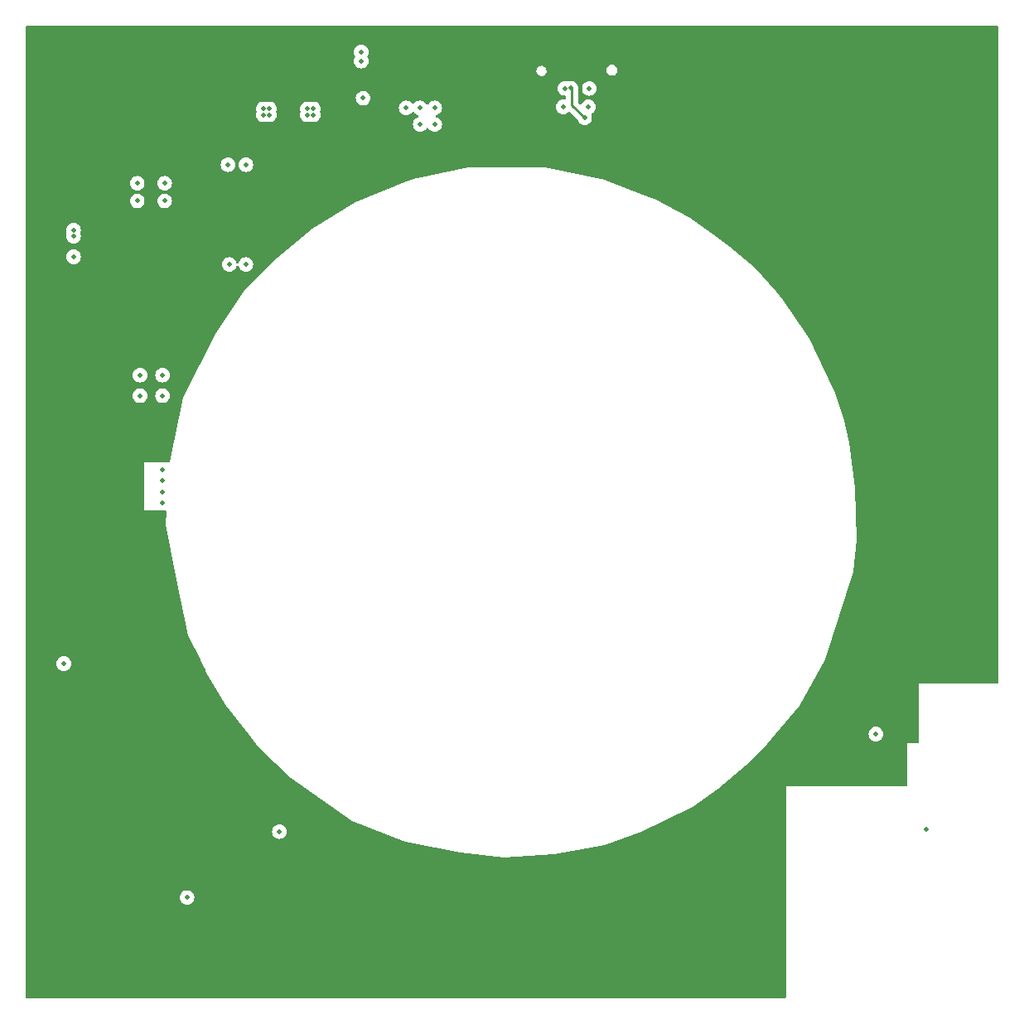
<source format=gbr>
%TF.GenerationSoftware,KiCad,Pcbnew,7.0.2*%
%TF.CreationDate,2024-06-02T17:27:24+02:00*%
%TF.ProjectId,Podgrzewacz,506f6467-727a-4657-9761-637a2e6b6963,rev?*%
%TF.SameCoordinates,Original*%
%TF.FileFunction,Copper,L2,Inr*%
%TF.FilePolarity,Positive*%
%FSLAX46Y46*%
G04 Gerber Fmt 4.6, Leading zero omitted, Abs format (unit mm)*
G04 Created by KiCad (PCBNEW 7.0.2) date 2024-06-02 17:27:24*
%MOMM*%
%LPD*%
G01*
G04 APERTURE LIST*
%TA.AperFunction,ComponentPad*%
%ADD10O,1.300000X2.600000*%
%TD*%
%TA.AperFunction,ComponentPad*%
%ADD11O,1.600000X2.600000*%
%TD*%
%TA.AperFunction,ViaPad*%
%ADD12C,0.500000*%
%TD*%
%TA.AperFunction,Conductor*%
%ADD13C,0.250000*%
%TD*%
G04 APERTURE END LIST*
D10*
%TO.N,GND*%
%TO.C,J1*%
X160940000Y-61800000D03*
X152300000Y-61800000D03*
D11*
X160750903Y-66807377D03*
X152503200Y-66850000D03*
%TD*%
D12*
%TO.N,VOUT*%
X114500000Y-78200000D03*
X112000000Y-98100000D03*
X112000000Y-96000000D03*
X111700000Y-76400000D03*
X114300000Y-96000000D03*
X114500000Y-76400000D03*
X114300000Y-98100000D03*
X111700000Y-78200000D03*
%TO.N,+3.3V*%
X122800000Y-84700000D03*
X121100000Y-84700000D03*
X122800000Y-74500000D03*
X121000000Y-74500000D03*
%TO.N,Net-(U1-SW)*%
X129100000Y-69400000D03*
X129700000Y-68800000D03*
X124600000Y-68800000D03*
X125200000Y-69400000D03*
X129700000Y-69400000D03*
X124600000Y-69400000D03*
X129100000Y-68800000D03*
X125200000Y-68800000D03*
%TO.N,Vbus*%
X140600000Y-68700000D03*
X155416812Y-66694541D03*
X142100000Y-70400000D03*
X105200000Y-83900000D03*
X140628602Y-70371398D03*
X155220000Y-68600000D03*
X142100000Y-68700000D03*
X157920000Y-66700000D03*
X157820000Y-68600000D03*
%TO.N,CC2*%
X157420000Y-69700000D03*
X156052076Y-66684497D03*
%TO.N,SensorIN*%
X192300000Y-142400000D03*
%TO.N,Net-(IC1-VCC)*%
X134600000Y-63000000D03*
X105200000Y-81800002D03*
X105200000Y-81200000D03*
X134600000Y-63900000D03*
%TO.N,Net-(Q3-G)*%
X134800000Y-67700000D03*
X139200000Y-68700000D03*
%TO.N,SensorOUT*%
X187200000Y-132700000D03*
X116800000Y-149400000D03*
%TO.N,85DEG*%
X126250001Y-142649999D03*
X104200002Y-125500000D03*
%TO.N,GND*%
X112900000Y-103700000D03*
X153320000Y-68500000D03*
X116000000Y-81800000D03*
X131700000Y-156500000D03*
X153745001Y-66700000D03*
X108700000Y-118100000D03*
X127000000Y-72700000D03*
X116100000Y-87400000D03*
X132082791Y-149974500D03*
X186000000Y-111600000D03*
X127000000Y-71000000D03*
X108200000Y-86000000D03*
X119300000Y-146400000D03*
X108200000Y-84500000D03*
X170100000Y-155500000D03*
X109800000Y-84500000D03*
X144500000Y-66900000D03*
X186000000Y-110700000D03*
X189200000Y-136200000D03*
X159420000Y-66700000D03*
X121400000Y-133800000D03*
X128400000Y-142200000D03*
X110400000Y-91300000D03*
X128800000Y-74300000D03*
X123700000Y-136600000D03*
X128800000Y-70500000D03*
X186000000Y-108500000D03*
X114300000Y-109100000D03*
X107600000Y-112600000D03*
X104400000Y-91300000D03*
X116500000Y-64200000D03*
X127200000Y-154800000D03*
X109800000Y-86000000D03*
X155770500Y-72400000D03*
X159420000Y-68600000D03*
X104400000Y-121900000D03*
X126300000Y-140900000D03*
X106400000Y-128600000D03*
X194700000Y-126400000D03*
X109300000Y-138200000D03*
X116000000Y-81000000D03*
X114300000Y-106800000D03*
X131800000Y-153000000D03*
X128800000Y-73500000D03*
X128800000Y-71400000D03*
X159420000Y-69900000D03*
X127600000Y-67300000D03*
X189800000Y-128600000D03*
X112900000Y-104300000D03*
X114300000Y-108000000D03*
X186000000Y-109300000D03*
X190500000Y-128600000D03*
X155770500Y-70200000D03*
X114300000Y-105700000D03*
X189200000Y-137300000D03*
X110900000Y-115000000D03*
X149500000Y-65700000D03*
X191300000Y-133300000D03*
X133500000Y-151300000D03*
X107800000Y-91300000D03*
X131800000Y-151300000D03*
X146800000Y-65000000D03*
X190100000Y-136200000D03*
%TD*%
D13*
%TO.N,CC2*%
X156120000Y-68400000D02*
X157420000Y-69700000D01*
X156120000Y-66700000D02*
X156120000Y-68400000D01*
%TD*%
%TA.AperFunction,Conductor*%
%TO.N,GND*%
G36*
X199643039Y-60319685D02*
G01*
X199688794Y-60372489D01*
X199700000Y-60424000D01*
X199700000Y-127376000D01*
X199680315Y-127443039D01*
X199627511Y-127488794D01*
X199576000Y-127500000D01*
X191600000Y-127500000D01*
X191600000Y-133476000D01*
X191580315Y-133543039D01*
X191527511Y-133588794D01*
X191476000Y-133600000D01*
X190400000Y-133600000D01*
X190400000Y-137876000D01*
X190380315Y-137943039D01*
X190327511Y-137988794D01*
X190276000Y-138000000D01*
X178000000Y-138000000D01*
X178000000Y-159576000D01*
X177980315Y-159643039D01*
X177927511Y-159688794D01*
X177876000Y-159700000D01*
X100424000Y-159700000D01*
X100356961Y-159680315D01*
X100311206Y-159627511D01*
X100300000Y-159576000D01*
X100300000Y-149400000D01*
X116044750Y-149400000D01*
X116063686Y-149568056D01*
X116063686Y-149568058D01*
X116063687Y-149568059D01*
X116119544Y-149727690D01*
X116209523Y-149870890D01*
X116329110Y-149990477D01*
X116472310Y-150080456D01*
X116631941Y-150136313D01*
X116800000Y-150155249D01*
X116968059Y-150136313D01*
X117127690Y-150080456D01*
X117270890Y-149990477D01*
X117390477Y-149870890D01*
X117480456Y-149727690D01*
X117536313Y-149568059D01*
X117555249Y-149400000D01*
X117536313Y-149231941D01*
X117480456Y-149072310D01*
X117390477Y-148929110D01*
X117270890Y-148809523D01*
X117127690Y-148719544D01*
X116968059Y-148663687D01*
X116968058Y-148663686D01*
X116968056Y-148663686D01*
X116800000Y-148644750D01*
X116631943Y-148663686D01*
X116472310Y-148719544D01*
X116329108Y-148809524D01*
X116209524Y-148929108D01*
X116119544Y-149072310D01*
X116063686Y-149231943D01*
X116044750Y-149400000D01*
X100300000Y-149400000D01*
X100300000Y-142649999D01*
X125494751Y-142649999D01*
X125513687Y-142818055D01*
X125513687Y-142818057D01*
X125513688Y-142818058D01*
X125569545Y-142977689D01*
X125659524Y-143120889D01*
X125779111Y-143240476D01*
X125922311Y-143330455D01*
X126081942Y-143386312D01*
X126193981Y-143398936D01*
X126250000Y-143405248D01*
X126250000Y-143405247D01*
X126250001Y-143405248D01*
X126418060Y-143386312D01*
X126577691Y-143330455D01*
X126720891Y-143240476D01*
X126840478Y-143120889D01*
X126930457Y-142977689D01*
X126986314Y-142818058D01*
X127005250Y-142649999D01*
X126986314Y-142481940D01*
X126930457Y-142322309D01*
X126840478Y-142179109D01*
X126720891Y-142059522D01*
X126577691Y-141969543D01*
X126418060Y-141913686D01*
X126418059Y-141913685D01*
X126418057Y-141913685D01*
X126250001Y-141894749D01*
X126081944Y-141913685D01*
X125922311Y-141969543D01*
X125779109Y-142059523D01*
X125659525Y-142179107D01*
X125569545Y-142322309D01*
X125513687Y-142481942D01*
X125494751Y-142649999D01*
X100300000Y-142649999D01*
X100300000Y-125499999D01*
X103444752Y-125499999D01*
X103463688Y-125668056D01*
X103463688Y-125668058D01*
X103463689Y-125668059D01*
X103519546Y-125827690D01*
X103609525Y-125970890D01*
X103729112Y-126090477D01*
X103872312Y-126180456D01*
X104031943Y-126236313D01*
X104143982Y-126248937D01*
X104200001Y-126255249D01*
X104200001Y-126255248D01*
X104200002Y-126255249D01*
X104368061Y-126236313D01*
X104527692Y-126180456D01*
X104670892Y-126090477D01*
X104790479Y-125970890D01*
X104880458Y-125827690D01*
X104936315Y-125668059D01*
X104955251Y-125500000D01*
X104936315Y-125331941D01*
X104880458Y-125172310D01*
X104790479Y-125029110D01*
X104670892Y-124909523D01*
X104527692Y-124819544D01*
X104368061Y-124763687D01*
X104368060Y-124763686D01*
X104368058Y-124763686D01*
X104200001Y-124744750D01*
X104031945Y-124763686D01*
X103872312Y-124819544D01*
X103729110Y-124909524D01*
X103609526Y-125029108D01*
X103519546Y-125172310D01*
X103463688Y-125331943D01*
X103444752Y-125499999D01*
X100300000Y-125499999D01*
X100300000Y-109800000D01*
X112399999Y-109800000D01*
X112400000Y-109800000D01*
X114564516Y-109800000D01*
X114631555Y-109819685D01*
X114677310Y-109872489D01*
X114688259Y-109931983D01*
X114599999Y-111299998D01*
X115750000Y-116950000D01*
X116900000Y-122600000D01*
X116900000Y-122600001D01*
X116900001Y-122600002D01*
X118150000Y-125099999D01*
X118265971Y-125331941D01*
X118434030Y-125668059D01*
X118513845Y-125827689D01*
X118645238Y-126090475D01*
X118645239Y-126090477D01*
X118690228Y-126180455D01*
X118800000Y-126400000D01*
X118801061Y-126401804D01*
X118801065Y-126401811D01*
X120797883Y-129796402D01*
X120797886Y-129796407D01*
X120800000Y-129800000D01*
X120802575Y-129803278D01*
X120802579Y-129803283D01*
X123078571Y-132700000D01*
X124100000Y-134000000D01*
X127400000Y-137200000D01*
X133700000Y-141600000D01*
X139100000Y-143700000D01*
X144800000Y-144800000D01*
X149200000Y-145300000D01*
X154300000Y-145000000D01*
X159500000Y-144000000D01*
X163200000Y-142700000D01*
X168500000Y-140100000D01*
X171100000Y-138300000D01*
X173900000Y-135900000D01*
X176100000Y-133700000D01*
X176946155Y-132699999D01*
X186444750Y-132699999D01*
X186463686Y-132868056D01*
X186463686Y-132868058D01*
X186463687Y-132868059D01*
X186519544Y-133027690D01*
X186609523Y-133170890D01*
X186729110Y-133290477D01*
X186872310Y-133380456D01*
X187031941Y-133436313D01*
X187200000Y-133455249D01*
X187368059Y-133436313D01*
X187527690Y-133380456D01*
X187670890Y-133290477D01*
X187790477Y-133170890D01*
X187880456Y-133027690D01*
X187936313Y-132868059D01*
X187955249Y-132700000D01*
X187936313Y-132531941D01*
X187880456Y-132372310D01*
X187790477Y-132229110D01*
X187670890Y-132109523D01*
X187527690Y-132019544D01*
X187368059Y-131963687D01*
X187368058Y-131963686D01*
X187368056Y-131963686D01*
X187200000Y-131944750D01*
X187031943Y-131963686D01*
X186872310Y-132019544D01*
X186729108Y-132109524D01*
X186609524Y-132229108D01*
X186519544Y-132372310D01*
X186463686Y-132531943D01*
X186444750Y-132699999D01*
X176946155Y-132699999D01*
X179400000Y-129800000D01*
X182000000Y-125100000D01*
X184900000Y-116100000D01*
X185200000Y-112800000D01*
X185100000Y-107500000D01*
X184500000Y-102900000D01*
X183900000Y-100300000D01*
X182920673Y-97629108D01*
X182801025Y-97302795D01*
X182801023Y-97302792D01*
X182800000Y-97300000D01*
X180400000Y-92300000D01*
X180064798Y-91803405D01*
X177702209Y-88303273D01*
X177700000Y-88300000D01*
X176996967Y-87499997D01*
X174800001Y-85000000D01*
X172301588Y-82901334D01*
X172300000Y-82900000D01*
X170566987Y-81631942D01*
X168200001Y-79900000D01*
X164603412Y-78001800D01*
X164603401Y-78001795D01*
X164600000Y-78000000D01*
X164261997Y-77872310D01*
X160105940Y-76302243D01*
X160094308Y-76297153D01*
X159500000Y-76000000D01*
X153400000Y-74800000D01*
X145500000Y-74800000D01*
X139967437Y-75979070D01*
X139399995Y-76100001D01*
X134000001Y-78299998D01*
X129600001Y-80999999D01*
X125503011Y-84397502D01*
X125503001Y-84397510D01*
X125500000Y-84400000D01*
X125497328Y-84402855D01*
X125497325Y-84402859D01*
X122600001Y-87499997D01*
X119702135Y-91796833D01*
X119702128Y-91796843D01*
X119700000Y-91800000D01*
X119698273Y-91803401D01*
X119698271Y-91803405D01*
X116400000Y-98299999D01*
X115061557Y-104801005D01*
X115028758Y-104862698D01*
X114967812Y-104896865D01*
X114940104Y-104900000D01*
X112400000Y-104900000D01*
X112399999Y-109800000D01*
X100300000Y-109800000D01*
X100300000Y-98099999D01*
X111244750Y-98099999D01*
X111263686Y-98268056D01*
X111263686Y-98268058D01*
X111263687Y-98268059D01*
X111319544Y-98427690D01*
X111409523Y-98570890D01*
X111529110Y-98690477D01*
X111672310Y-98780456D01*
X111831941Y-98836313D01*
X112000000Y-98855249D01*
X112168059Y-98836313D01*
X112327690Y-98780456D01*
X112470890Y-98690477D01*
X112590477Y-98570890D01*
X112680456Y-98427690D01*
X112736313Y-98268059D01*
X112755249Y-98100000D01*
X112755249Y-98099999D01*
X113544750Y-98099999D01*
X113563686Y-98268056D01*
X113563686Y-98268058D01*
X113563687Y-98268059D01*
X113619544Y-98427690D01*
X113709523Y-98570890D01*
X113829110Y-98690477D01*
X113972310Y-98780456D01*
X114131941Y-98836313D01*
X114300000Y-98855249D01*
X114468059Y-98836313D01*
X114627690Y-98780456D01*
X114770890Y-98690477D01*
X114890477Y-98570890D01*
X114980456Y-98427690D01*
X115036313Y-98268059D01*
X115055249Y-98100000D01*
X115036313Y-97931941D01*
X114980456Y-97772310D01*
X114890477Y-97629110D01*
X114770890Y-97509523D01*
X114627690Y-97419544D01*
X114468059Y-97363687D01*
X114468058Y-97363686D01*
X114468056Y-97363686D01*
X114299999Y-97344750D01*
X114131943Y-97363686D01*
X113972310Y-97419544D01*
X113829108Y-97509524D01*
X113709524Y-97629108D01*
X113619544Y-97772310D01*
X113563686Y-97931943D01*
X113544750Y-98099999D01*
X112755249Y-98099999D01*
X112736313Y-97931941D01*
X112680456Y-97772310D01*
X112590477Y-97629110D01*
X112470890Y-97509523D01*
X112327690Y-97419544D01*
X112168059Y-97363687D01*
X112168058Y-97363686D01*
X112168056Y-97363686D01*
X112000000Y-97344750D01*
X111831943Y-97363686D01*
X111672310Y-97419544D01*
X111529108Y-97509524D01*
X111409524Y-97629108D01*
X111319544Y-97772310D01*
X111263686Y-97931943D01*
X111244750Y-98099999D01*
X100300000Y-98099999D01*
X100300000Y-96000000D01*
X111244750Y-96000000D01*
X111263686Y-96168056D01*
X111263686Y-96168058D01*
X111263687Y-96168059D01*
X111319544Y-96327690D01*
X111409523Y-96470890D01*
X111529110Y-96590477D01*
X111672310Y-96680456D01*
X111831941Y-96736313D01*
X112000000Y-96755249D01*
X112168059Y-96736313D01*
X112327690Y-96680456D01*
X112470890Y-96590477D01*
X112590477Y-96470890D01*
X112680456Y-96327690D01*
X112736313Y-96168059D01*
X112755249Y-96000000D01*
X113544750Y-96000000D01*
X113563686Y-96168056D01*
X113563686Y-96168058D01*
X113563687Y-96168059D01*
X113619544Y-96327690D01*
X113709523Y-96470890D01*
X113829110Y-96590477D01*
X113972310Y-96680456D01*
X114131941Y-96736313D01*
X114300000Y-96755249D01*
X114468059Y-96736313D01*
X114627690Y-96680456D01*
X114770890Y-96590477D01*
X114890477Y-96470890D01*
X114980456Y-96327690D01*
X115036313Y-96168059D01*
X115055249Y-96000000D01*
X115036313Y-95831941D01*
X114980456Y-95672310D01*
X114890477Y-95529110D01*
X114770890Y-95409523D01*
X114627690Y-95319544D01*
X114468059Y-95263687D01*
X114468058Y-95263686D01*
X114468056Y-95263686D01*
X114300000Y-95244750D01*
X114131943Y-95263686D01*
X113972310Y-95319544D01*
X113829108Y-95409524D01*
X113709524Y-95529108D01*
X113619544Y-95672310D01*
X113563686Y-95831943D01*
X113544750Y-96000000D01*
X112755249Y-96000000D01*
X112736313Y-95831941D01*
X112680456Y-95672310D01*
X112590477Y-95529110D01*
X112470890Y-95409523D01*
X112327690Y-95319544D01*
X112168059Y-95263687D01*
X112168058Y-95263686D01*
X112168056Y-95263686D01*
X112000000Y-95244750D01*
X111831943Y-95263686D01*
X111672310Y-95319544D01*
X111529108Y-95409524D01*
X111409524Y-95529108D01*
X111319544Y-95672310D01*
X111263686Y-95831943D01*
X111244750Y-96000000D01*
X100300000Y-96000000D01*
X100300000Y-84700000D01*
X120344750Y-84700000D01*
X120363686Y-84868056D01*
X120363686Y-84868058D01*
X120363687Y-84868059D01*
X120419544Y-85027690D01*
X120509523Y-85170890D01*
X120629110Y-85290477D01*
X120772310Y-85380456D01*
X120931941Y-85436313D01*
X121100000Y-85455249D01*
X121268059Y-85436313D01*
X121427690Y-85380456D01*
X121570890Y-85290477D01*
X121690477Y-85170890D01*
X121780456Y-85027690D01*
X121832958Y-84877644D01*
X121873680Y-84820870D01*
X121938633Y-84795122D01*
X122007194Y-84808578D01*
X122057597Y-84856965D01*
X122067040Y-84877642D01*
X122119544Y-85027690D01*
X122209523Y-85170890D01*
X122329110Y-85290477D01*
X122472310Y-85380456D01*
X122631941Y-85436313D01*
X122743980Y-85448936D01*
X122799999Y-85455249D01*
X122799999Y-85455248D01*
X122800000Y-85455249D01*
X122968059Y-85436313D01*
X123127690Y-85380456D01*
X123270890Y-85290477D01*
X123390477Y-85170890D01*
X123480456Y-85027690D01*
X123536313Y-84868059D01*
X123555249Y-84700000D01*
X123536313Y-84531941D01*
X123480456Y-84372310D01*
X123390477Y-84229110D01*
X123270890Y-84109523D01*
X123127690Y-84019544D01*
X122968059Y-83963687D01*
X122968058Y-83963686D01*
X122968056Y-83963686D01*
X122800000Y-83944750D01*
X122631943Y-83963686D01*
X122472310Y-84019544D01*
X122329108Y-84109524D01*
X122209524Y-84229108D01*
X122119545Y-84372308D01*
X122067042Y-84522354D01*
X122026320Y-84579130D01*
X121961367Y-84604877D01*
X121892806Y-84591421D01*
X121842403Y-84543034D01*
X121832958Y-84522354D01*
X121821803Y-84490475D01*
X121780456Y-84372310D01*
X121690477Y-84229110D01*
X121570890Y-84109523D01*
X121427690Y-84019544D01*
X121268059Y-83963687D01*
X121268058Y-83963686D01*
X121268056Y-83963686D01*
X121099999Y-83944750D01*
X120931943Y-83963686D01*
X120772310Y-84019544D01*
X120629108Y-84109524D01*
X120509524Y-84229108D01*
X120419544Y-84372310D01*
X120363686Y-84531943D01*
X120344750Y-84700000D01*
X100300000Y-84700000D01*
X100300000Y-83900000D01*
X104444750Y-83900000D01*
X104463686Y-84068056D01*
X104463686Y-84068058D01*
X104463687Y-84068059D01*
X104519544Y-84227690D01*
X104609523Y-84370890D01*
X104729110Y-84490477D01*
X104872310Y-84580456D01*
X105031941Y-84636313D01*
X105143980Y-84648936D01*
X105199999Y-84655249D01*
X105199999Y-84655248D01*
X105200000Y-84655249D01*
X105368059Y-84636313D01*
X105527690Y-84580456D01*
X105670890Y-84490477D01*
X105790477Y-84370890D01*
X105880456Y-84227690D01*
X105936313Y-84068059D01*
X105955249Y-83900000D01*
X105936313Y-83731941D01*
X105880456Y-83572310D01*
X105790477Y-83429110D01*
X105670890Y-83309523D01*
X105527690Y-83219544D01*
X105368059Y-83163687D01*
X105368058Y-83163686D01*
X105368056Y-83163686D01*
X105200000Y-83144750D01*
X105031943Y-83163686D01*
X104872310Y-83219544D01*
X104729108Y-83309524D01*
X104609524Y-83429108D01*
X104519544Y-83572310D01*
X104463686Y-83731943D01*
X104444750Y-83900000D01*
X100300000Y-83900000D01*
X100300000Y-81800001D01*
X104444750Y-81800001D01*
X104463686Y-81968058D01*
X104463686Y-81968060D01*
X104463687Y-81968061D01*
X104519544Y-82127692D01*
X104609523Y-82270892D01*
X104729110Y-82390479D01*
X104872310Y-82480458D01*
X105031941Y-82536315D01*
X105200000Y-82555251D01*
X105368059Y-82536315D01*
X105527690Y-82480458D01*
X105670890Y-82390479D01*
X105790477Y-82270892D01*
X105880456Y-82127692D01*
X105936313Y-81968061D01*
X105955249Y-81800002D01*
X105936313Y-81631943D01*
X105904475Y-81540955D01*
X105900913Y-81471176D01*
X105904475Y-81459044D01*
X105936313Y-81368059D01*
X105955249Y-81200000D01*
X105936313Y-81031941D01*
X105880456Y-80872310D01*
X105790477Y-80729110D01*
X105670890Y-80609523D01*
X105527690Y-80519544D01*
X105368059Y-80463687D01*
X105368058Y-80463686D01*
X105368056Y-80463686D01*
X105200000Y-80444750D01*
X105031943Y-80463686D01*
X104872310Y-80519544D01*
X104729108Y-80609524D01*
X104609524Y-80729108D01*
X104519544Y-80872310D01*
X104463686Y-81031943D01*
X104444750Y-81200000D01*
X104463686Y-81368058D01*
X104495524Y-81459048D01*
X104499085Y-81528827D01*
X104495524Y-81540954D01*
X104463686Y-81631943D01*
X104444750Y-81800001D01*
X100300000Y-81800001D01*
X100300000Y-78200000D01*
X110944750Y-78200000D01*
X110963686Y-78368056D01*
X110963686Y-78368058D01*
X110963687Y-78368059D01*
X111019544Y-78527690D01*
X111109523Y-78670890D01*
X111229110Y-78790477D01*
X111372310Y-78880456D01*
X111531941Y-78936313D01*
X111643980Y-78948936D01*
X111699999Y-78955249D01*
X111699999Y-78955248D01*
X111700000Y-78955249D01*
X111868059Y-78936313D01*
X112027690Y-78880456D01*
X112170890Y-78790477D01*
X112290477Y-78670890D01*
X112380456Y-78527690D01*
X112436313Y-78368059D01*
X112455249Y-78200000D01*
X113744750Y-78200000D01*
X113763686Y-78368056D01*
X113763686Y-78368058D01*
X113763687Y-78368059D01*
X113819544Y-78527690D01*
X113909523Y-78670890D01*
X114029110Y-78790477D01*
X114172310Y-78880456D01*
X114331941Y-78936313D01*
X114443980Y-78948936D01*
X114499999Y-78955249D01*
X114499999Y-78955248D01*
X114500000Y-78955249D01*
X114668059Y-78936313D01*
X114827690Y-78880456D01*
X114970890Y-78790477D01*
X115090477Y-78670890D01*
X115180456Y-78527690D01*
X115236313Y-78368059D01*
X115255249Y-78200000D01*
X115236313Y-78031941D01*
X115180456Y-77872310D01*
X115090477Y-77729110D01*
X114970890Y-77609523D01*
X114827690Y-77519544D01*
X114668059Y-77463687D01*
X114668058Y-77463686D01*
X114668056Y-77463686D01*
X114499999Y-77444750D01*
X114331943Y-77463686D01*
X114172310Y-77519544D01*
X114029108Y-77609524D01*
X113909524Y-77729108D01*
X113819544Y-77872310D01*
X113763686Y-78031943D01*
X113744750Y-78200000D01*
X112455249Y-78200000D01*
X112436313Y-78031941D01*
X112380456Y-77872310D01*
X112290477Y-77729110D01*
X112170890Y-77609523D01*
X112027690Y-77519544D01*
X111868059Y-77463687D01*
X111868058Y-77463686D01*
X111868056Y-77463686D01*
X111699999Y-77444750D01*
X111531943Y-77463686D01*
X111372310Y-77519544D01*
X111229108Y-77609524D01*
X111109524Y-77729108D01*
X111019544Y-77872310D01*
X110963686Y-78031943D01*
X110944750Y-78200000D01*
X100300000Y-78200000D01*
X100300000Y-76400000D01*
X110944750Y-76400000D01*
X110963686Y-76568056D01*
X110963686Y-76568058D01*
X110963687Y-76568059D01*
X111019544Y-76727690D01*
X111109523Y-76870890D01*
X111229110Y-76990477D01*
X111372310Y-77080456D01*
X111531941Y-77136313D01*
X111643980Y-77148936D01*
X111699999Y-77155249D01*
X111699999Y-77155248D01*
X111700000Y-77155249D01*
X111868059Y-77136313D01*
X112027690Y-77080456D01*
X112170890Y-76990477D01*
X112290477Y-76870890D01*
X112380456Y-76727690D01*
X112436313Y-76568059D01*
X112455249Y-76400000D01*
X112455249Y-76399999D01*
X113744750Y-76399999D01*
X113763686Y-76568056D01*
X113763686Y-76568058D01*
X113763687Y-76568059D01*
X113819544Y-76727690D01*
X113909523Y-76870890D01*
X114029110Y-76990477D01*
X114172310Y-77080456D01*
X114331941Y-77136313D01*
X114443980Y-77148936D01*
X114499999Y-77155249D01*
X114499999Y-77155248D01*
X114500000Y-77155249D01*
X114668059Y-77136313D01*
X114827690Y-77080456D01*
X114970890Y-76990477D01*
X115090477Y-76870890D01*
X115180456Y-76727690D01*
X115236313Y-76568059D01*
X115255249Y-76400000D01*
X115236313Y-76231941D01*
X115180456Y-76072310D01*
X115090477Y-75929110D01*
X114970890Y-75809523D01*
X114827690Y-75719544D01*
X114668059Y-75663687D01*
X114668058Y-75663686D01*
X114668056Y-75663686D01*
X114499999Y-75644750D01*
X114331943Y-75663686D01*
X114172310Y-75719544D01*
X114029108Y-75809524D01*
X113909524Y-75929108D01*
X113819544Y-76072310D01*
X113763686Y-76231943D01*
X113744750Y-76399999D01*
X112455249Y-76399999D01*
X112436313Y-76231941D01*
X112380456Y-76072310D01*
X112290477Y-75929110D01*
X112170890Y-75809523D01*
X112027690Y-75719544D01*
X111868059Y-75663687D01*
X111868058Y-75663686D01*
X111868056Y-75663686D01*
X111699999Y-75644750D01*
X111531943Y-75663686D01*
X111372310Y-75719544D01*
X111229108Y-75809524D01*
X111109524Y-75929108D01*
X111019544Y-76072310D01*
X110963686Y-76231943D01*
X110944750Y-76400000D01*
X100300000Y-76400000D01*
X100300000Y-74499999D01*
X120244750Y-74499999D01*
X120263686Y-74668056D01*
X120263686Y-74668058D01*
X120263687Y-74668059D01*
X120319544Y-74827690D01*
X120409523Y-74970890D01*
X120529110Y-75090477D01*
X120672310Y-75180456D01*
X120831941Y-75236313D01*
X121000000Y-75255249D01*
X121168059Y-75236313D01*
X121327690Y-75180456D01*
X121470890Y-75090477D01*
X121590477Y-74970890D01*
X121680456Y-74827690D01*
X121736313Y-74668059D01*
X121755249Y-74500000D01*
X122044750Y-74500000D01*
X122063686Y-74668056D01*
X122063686Y-74668058D01*
X122063687Y-74668059D01*
X122119544Y-74827690D01*
X122209523Y-74970890D01*
X122329110Y-75090477D01*
X122472310Y-75180456D01*
X122631941Y-75236313D01*
X122800000Y-75255249D01*
X122968059Y-75236313D01*
X123127690Y-75180456D01*
X123270890Y-75090477D01*
X123390477Y-74970890D01*
X123480456Y-74827690D01*
X123536313Y-74668059D01*
X123555249Y-74500000D01*
X123536313Y-74331941D01*
X123480456Y-74172310D01*
X123390477Y-74029110D01*
X123270890Y-73909523D01*
X123127690Y-73819544D01*
X122968059Y-73763687D01*
X122968058Y-73763686D01*
X122968056Y-73763686D01*
X122799999Y-73744750D01*
X122631943Y-73763686D01*
X122472310Y-73819544D01*
X122329108Y-73909524D01*
X122209524Y-74029108D01*
X122119544Y-74172310D01*
X122063686Y-74331943D01*
X122044750Y-74500000D01*
X121755249Y-74500000D01*
X121736313Y-74331941D01*
X121680456Y-74172310D01*
X121590477Y-74029110D01*
X121470890Y-73909523D01*
X121327690Y-73819544D01*
X121168059Y-73763687D01*
X121168058Y-73763686D01*
X121168056Y-73763686D01*
X120999999Y-73744750D01*
X120831943Y-73763686D01*
X120672310Y-73819544D01*
X120529108Y-73909524D01*
X120409524Y-74029108D01*
X120319544Y-74172310D01*
X120263686Y-74331943D01*
X120244750Y-74499999D01*
X100300000Y-74499999D01*
X100300000Y-69400000D01*
X123844750Y-69400000D01*
X123863686Y-69568056D01*
X123863686Y-69568058D01*
X123863687Y-69568059D01*
X123919544Y-69727690D01*
X124009523Y-69870890D01*
X124129110Y-69990477D01*
X124272310Y-70080456D01*
X124431941Y-70136313D01*
X124543980Y-70148936D01*
X124599999Y-70155249D01*
X124599999Y-70155248D01*
X124600000Y-70155249D01*
X124768059Y-70136313D01*
X124859047Y-70104474D01*
X124928824Y-70100914D01*
X124940942Y-70104471D01*
X125031941Y-70136313D01*
X125200000Y-70155249D01*
X125368059Y-70136313D01*
X125527690Y-70080456D01*
X125670890Y-69990477D01*
X125790477Y-69870890D01*
X125880456Y-69727690D01*
X125936313Y-69568059D01*
X125955249Y-69400000D01*
X128344750Y-69400000D01*
X128363686Y-69568056D01*
X128363686Y-69568058D01*
X128363687Y-69568059D01*
X128419544Y-69727690D01*
X128509523Y-69870890D01*
X128629110Y-69990477D01*
X128772310Y-70080456D01*
X128931941Y-70136313D01*
X129100000Y-70155249D01*
X129268059Y-70136313D01*
X129359047Y-70104474D01*
X129428824Y-70100914D01*
X129440942Y-70104471D01*
X129531941Y-70136313D01*
X129666388Y-70151461D01*
X129699999Y-70155249D01*
X129699999Y-70155248D01*
X129700000Y-70155249D01*
X129868059Y-70136313D01*
X130027690Y-70080456D01*
X130170890Y-69990477D01*
X130290477Y-69870890D01*
X130380456Y-69727690D01*
X130436313Y-69568059D01*
X130455249Y-69400000D01*
X130436313Y-69231941D01*
X130404474Y-69140952D01*
X130400914Y-69071176D01*
X130404471Y-69059057D01*
X130436313Y-68968059D01*
X130455249Y-68800000D01*
X130443981Y-68699999D01*
X138444750Y-68699999D01*
X138463686Y-68868056D01*
X138463686Y-68868058D01*
X138463687Y-68868059D01*
X138519544Y-69027690D01*
X138609523Y-69170890D01*
X138729110Y-69290477D01*
X138872310Y-69380456D01*
X139031941Y-69436313D01*
X139200000Y-69455249D01*
X139368059Y-69436313D01*
X139527690Y-69380456D01*
X139670890Y-69290477D01*
X139790477Y-69170890D01*
X139795007Y-69163679D01*
X139847341Y-69117390D01*
X139916394Y-69106742D01*
X139980243Y-69135117D01*
X140004991Y-69163677D01*
X140009523Y-69170890D01*
X140129110Y-69290477D01*
X140272310Y-69380456D01*
X140395786Y-69423662D01*
X140452561Y-69464383D01*
X140478308Y-69529336D01*
X140464852Y-69597897D01*
X140416465Y-69648300D01*
X140395785Y-69657744D01*
X140300914Y-69690940D01*
X140157710Y-69780922D01*
X140038126Y-69900506D01*
X139948146Y-70043708D01*
X139892288Y-70203341D01*
X139873352Y-70371397D01*
X139892288Y-70539454D01*
X139892288Y-70539456D01*
X139892289Y-70539457D01*
X139948146Y-70699088D01*
X140038125Y-70842288D01*
X140157712Y-70961875D01*
X140300912Y-71051854D01*
X140460543Y-71107711D01*
X140628602Y-71126647D01*
X140796661Y-71107711D01*
X140956292Y-71051854D01*
X141099492Y-70961875D01*
X141219079Y-70842288D01*
X141250322Y-70792564D01*
X141302656Y-70746275D01*
X141371710Y-70735627D01*
X141435558Y-70764002D01*
X141460307Y-70792563D01*
X141509523Y-70870890D01*
X141629110Y-70990477D01*
X141772310Y-71080456D01*
X141931941Y-71136313D01*
X142100000Y-71155249D01*
X142268059Y-71136313D01*
X142427690Y-71080456D01*
X142570890Y-70990477D01*
X142690477Y-70870890D01*
X142780456Y-70727690D01*
X142836313Y-70568059D01*
X142855249Y-70400000D01*
X142836313Y-70231941D01*
X142780456Y-70072310D01*
X142690477Y-69929110D01*
X142570890Y-69809523D01*
X142427690Y-69719544D01*
X142277644Y-69667041D01*
X142220870Y-69626320D01*
X142195122Y-69561367D01*
X142208578Y-69492806D01*
X142256965Y-69442403D01*
X142277642Y-69432959D01*
X142427690Y-69380456D01*
X142570890Y-69290477D01*
X142690477Y-69170890D01*
X142780456Y-69027690D01*
X142836313Y-68868059D01*
X142855249Y-68700000D01*
X142843981Y-68599999D01*
X154464750Y-68599999D01*
X154483686Y-68768056D01*
X154483686Y-68768058D01*
X154483687Y-68768059D01*
X154539544Y-68927690D01*
X154629523Y-69070890D01*
X154749110Y-69190477D01*
X154892310Y-69280456D01*
X155051941Y-69336313D01*
X155220000Y-69355249D01*
X155388059Y-69336313D01*
X155547690Y-69280456D01*
X155690890Y-69190477D01*
X155770710Y-69110656D01*
X155832029Y-69077174D01*
X155901721Y-69082158D01*
X155946069Y-69110659D01*
X156653026Y-69817616D01*
X156682387Y-69864343D01*
X156683686Y-69868057D01*
X156683687Y-69868059D01*
X156739544Y-70027690D01*
X156829523Y-70170890D01*
X156949110Y-70290477D01*
X157092310Y-70380456D01*
X157251941Y-70436313D01*
X157420000Y-70455249D01*
X157588059Y-70436313D01*
X157747690Y-70380456D01*
X157890890Y-70290477D01*
X158010477Y-70170890D01*
X158100456Y-70027690D01*
X158156313Y-69868059D01*
X158175249Y-69700000D01*
X158171535Y-69667042D01*
X158164772Y-69607014D01*
X158156313Y-69531941D01*
X158115280Y-69414677D01*
X158111720Y-69344899D01*
X158146449Y-69284272D01*
X158166348Y-69268732D01*
X158290890Y-69190477D01*
X158410477Y-69070890D01*
X158500456Y-68927690D01*
X158556313Y-68768059D01*
X158575249Y-68600000D01*
X158556313Y-68431941D01*
X158500456Y-68272310D01*
X158410477Y-68129110D01*
X158290890Y-68009523D01*
X158147690Y-67919544D01*
X157988059Y-67863687D01*
X157988058Y-67863686D01*
X157988056Y-67863686D01*
X157820000Y-67844750D01*
X157651943Y-67863686D01*
X157492310Y-67919544D01*
X157349108Y-68009524D01*
X157229524Y-68129108D01*
X157139542Y-68272312D01*
X157136640Y-68280607D01*
X157095917Y-68337381D01*
X157030963Y-68363126D01*
X156962402Y-68349668D01*
X156931923Y-68327332D01*
X156781816Y-68177226D01*
X156748334Y-68115905D01*
X156745500Y-68089547D01*
X156745500Y-66996195D01*
X156752458Y-66955241D01*
X156788389Y-66852556D01*
X156805578Y-66700000D01*
X157164750Y-66700000D01*
X157183686Y-66868056D01*
X157183686Y-66868058D01*
X157183687Y-66868059D01*
X157239544Y-67027690D01*
X157329523Y-67170890D01*
X157449110Y-67290477D01*
X157592310Y-67380456D01*
X157751941Y-67436313D01*
X157920000Y-67455249D01*
X158088059Y-67436313D01*
X158247690Y-67380456D01*
X158390890Y-67290477D01*
X158510477Y-67170890D01*
X158600456Y-67027690D01*
X158656313Y-66868059D01*
X158675249Y-66700000D01*
X158656313Y-66531941D01*
X158600456Y-66372310D01*
X158510477Y-66229110D01*
X158390890Y-66109523D01*
X158247690Y-66019544D01*
X158088059Y-65963687D01*
X158088058Y-65963686D01*
X158088056Y-65963686D01*
X157919999Y-65944750D01*
X157751943Y-65963686D01*
X157592310Y-66019544D01*
X157449108Y-66109524D01*
X157329524Y-66229108D01*
X157239544Y-66372310D01*
X157183686Y-66531943D01*
X157164750Y-66700000D01*
X156805578Y-66700000D01*
X156807325Y-66684497D01*
X156788389Y-66516438D01*
X156732532Y-66356807D01*
X156642553Y-66213607D01*
X156522966Y-66094020D01*
X156379766Y-66004041D01*
X156220135Y-65948184D01*
X156220134Y-65948183D01*
X156220132Y-65948183D01*
X156052076Y-65929247D01*
X155884019Y-65948183D01*
X155761046Y-65991213D01*
X155691267Y-65994774D01*
X155679138Y-65991213D01*
X155584868Y-65958227D01*
X155416812Y-65939291D01*
X155248755Y-65958227D01*
X155089122Y-66014085D01*
X154945920Y-66104065D01*
X154826336Y-66223649D01*
X154736356Y-66366851D01*
X154680498Y-66526484D01*
X154661562Y-66694540D01*
X154680498Y-66862597D01*
X154680498Y-66862599D01*
X154680499Y-66862600D01*
X154736356Y-67022231D01*
X154826335Y-67165431D01*
X154945922Y-67285018D01*
X155089122Y-67374997D01*
X155248753Y-67430854D01*
X155384383Y-67446136D01*
X155448797Y-67473202D01*
X155488353Y-67530797D01*
X155494500Y-67569356D01*
X155494500Y-67736923D01*
X155474815Y-67803962D01*
X155422011Y-67849717D01*
X155356617Y-67860143D01*
X155220000Y-67844750D01*
X155051943Y-67863686D01*
X154892310Y-67919544D01*
X154749108Y-68009524D01*
X154629524Y-68129108D01*
X154539544Y-68272310D01*
X154483686Y-68431943D01*
X154464750Y-68599999D01*
X142843981Y-68599999D01*
X142836313Y-68531941D01*
X142780456Y-68372310D01*
X142690477Y-68229110D01*
X142570890Y-68109523D01*
X142427690Y-68019544D01*
X142268059Y-67963687D01*
X142268058Y-67963686D01*
X142268056Y-67963686D01*
X142100000Y-67944750D01*
X141931943Y-67963686D01*
X141772310Y-68019544D01*
X141629108Y-68109524D01*
X141509523Y-68229109D01*
X141454993Y-68315893D01*
X141402658Y-68362183D01*
X141333605Y-68372831D01*
X141269757Y-68344456D01*
X141245007Y-68315893D01*
X141217623Y-68272312D01*
X141190477Y-68229110D01*
X141070890Y-68109523D01*
X140927690Y-68019544D01*
X140768059Y-67963687D01*
X140768058Y-67963686D01*
X140768056Y-67963686D01*
X140599999Y-67944750D01*
X140431943Y-67963686D01*
X140272310Y-68019544D01*
X140129108Y-68109524D01*
X140009521Y-68229111D01*
X140004992Y-68236320D01*
X139952657Y-68282610D01*
X139883603Y-68293257D01*
X139819755Y-68264880D01*
X139795008Y-68236320D01*
X139790478Y-68229111D01*
X139670891Y-68109524D01*
X139670890Y-68109523D01*
X139527690Y-68019544D01*
X139368059Y-67963687D01*
X139368058Y-67963686D01*
X139368056Y-67963686D01*
X139199999Y-67944750D01*
X139031943Y-67963686D01*
X138872310Y-68019544D01*
X138729108Y-68109524D01*
X138609524Y-68229108D01*
X138519544Y-68372310D01*
X138463686Y-68531943D01*
X138444750Y-68699999D01*
X130443981Y-68699999D01*
X130436313Y-68631941D01*
X130380456Y-68472310D01*
X130290477Y-68329110D01*
X130170890Y-68209523D01*
X130027690Y-68119544D01*
X129868059Y-68063687D01*
X129868058Y-68063686D01*
X129868056Y-68063686D01*
X129699999Y-68044750D01*
X129531939Y-68063686D01*
X129440951Y-68095523D01*
X129371172Y-68099084D01*
X129359046Y-68095523D01*
X129268058Y-68063686D01*
X129100000Y-68044750D01*
X128931943Y-68063686D01*
X128772310Y-68119544D01*
X128629108Y-68209524D01*
X128509524Y-68329108D01*
X128419544Y-68472310D01*
X128363686Y-68631943D01*
X128344750Y-68800000D01*
X128363686Y-68968058D01*
X128395523Y-69059047D01*
X128399084Y-69128826D01*
X128395523Y-69140953D01*
X128363686Y-69231941D01*
X128344750Y-69400000D01*
X125955249Y-69400000D01*
X125936313Y-69231941D01*
X125904474Y-69140952D01*
X125900914Y-69071176D01*
X125904471Y-69059057D01*
X125936313Y-68968059D01*
X125955249Y-68800000D01*
X125936313Y-68631941D01*
X125880456Y-68472310D01*
X125790477Y-68329110D01*
X125670890Y-68209523D01*
X125527690Y-68119544D01*
X125368059Y-68063687D01*
X125368058Y-68063686D01*
X125368056Y-68063686D01*
X125200000Y-68044750D01*
X125031941Y-68063686D01*
X124940952Y-68095524D01*
X124871173Y-68099085D01*
X124859048Y-68095524D01*
X124768059Y-68063687D01*
X124768058Y-68063686D01*
X124768056Y-68063686D01*
X124599999Y-68044750D01*
X124431943Y-68063686D01*
X124272310Y-68119544D01*
X124129108Y-68209524D01*
X124009524Y-68329108D01*
X123919544Y-68472310D01*
X123863686Y-68631943D01*
X123844750Y-68800000D01*
X123863686Y-68968058D01*
X123895523Y-69059047D01*
X123899084Y-69128826D01*
X123895523Y-69140953D01*
X123863686Y-69231941D01*
X123844750Y-69400000D01*
X100300000Y-69400000D01*
X100300000Y-67699999D01*
X134044750Y-67699999D01*
X134063686Y-67868056D01*
X134063686Y-67868058D01*
X134063687Y-67868059D01*
X134119544Y-68027690D01*
X134209523Y-68170890D01*
X134329110Y-68290477D01*
X134472310Y-68380456D01*
X134631941Y-68436313D01*
X134800000Y-68455249D01*
X134968059Y-68436313D01*
X135127690Y-68380456D01*
X135270890Y-68290477D01*
X135390477Y-68170890D01*
X135480456Y-68027690D01*
X135536313Y-67868059D01*
X135555249Y-67700000D01*
X135536313Y-67531941D01*
X135480456Y-67372310D01*
X135390477Y-67229110D01*
X135270890Y-67109523D01*
X135127690Y-67019544D01*
X134968059Y-66963687D01*
X134968058Y-66963686D01*
X134968056Y-66963686D01*
X134799999Y-66944750D01*
X134631943Y-66963686D01*
X134472310Y-67019544D01*
X134329108Y-67109524D01*
X134209524Y-67229108D01*
X134119544Y-67372310D01*
X134063686Y-67531943D01*
X134044750Y-67699999D01*
X100300000Y-67699999D01*
X100300000Y-64950510D01*
X152500866Y-64950510D01*
X152515487Y-65020869D01*
X152529697Y-65089254D01*
X152594891Y-65215073D01*
X152691616Y-65318640D01*
X152812691Y-65392268D01*
X152949146Y-65430500D01*
X153051027Y-65430500D01*
X153055264Y-65430500D01*
X153160388Y-65416051D01*
X153290364Y-65359595D01*
X153400288Y-65270164D01*
X153482008Y-65154393D01*
X153529463Y-65020868D01*
X153539134Y-64879490D01*
X153533006Y-64850000D01*
X159649619Y-64850000D01*
X159669055Y-64997625D01*
X159726035Y-65135189D01*
X159816679Y-65253320D01*
X159901807Y-65318640D01*
X159934810Y-65343964D01*
X160072375Y-65400945D01*
X160182932Y-65415500D01*
X160186985Y-65415500D01*
X160253015Y-65415500D01*
X160257068Y-65415500D01*
X160367625Y-65400945D01*
X160505190Y-65343964D01*
X160623320Y-65253320D01*
X160713964Y-65135190D01*
X160770945Y-64997625D01*
X160790380Y-64850000D01*
X160770945Y-64702375D01*
X160713964Y-64564810D01*
X160710147Y-64559836D01*
X160623320Y-64446679D01*
X160505189Y-64356035D01*
X160367625Y-64299055D01*
X160261087Y-64285029D01*
X160261085Y-64285028D01*
X160257068Y-64284500D01*
X160182932Y-64284500D01*
X160178915Y-64285028D01*
X160178912Y-64285029D01*
X160072374Y-64299055D01*
X159934810Y-64356035D01*
X159816679Y-64446679D01*
X159726035Y-64564810D01*
X159669055Y-64702374D01*
X159649619Y-64850000D01*
X153533006Y-64850000D01*
X153510303Y-64740746D01*
X153445108Y-64614926D01*
X153348385Y-64511361D01*
X153348384Y-64511360D01*
X153348383Y-64511359D01*
X153227308Y-64437731D01*
X153090854Y-64399500D01*
X152984736Y-64399500D01*
X152980552Y-64400075D01*
X152980538Y-64400076D01*
X152879610Y-64413949D01*
X152749637Y-64470404D01*
X152639710Y-64559836D01*
X152557991Y-64675607D01*
X152510536Y-64809130D01*
X152500866Y-64950508D01*
X152500866Y-64950510D01*
X100300000Y-64950510D01*
X100300000Y-63899999D01*
X133844750Y-63899999D01*
X133863686Y-64068056D01*
X133863686Y-64068058D01*
X133863687Y-64068059D01*
X133919544Y-64227690D01*
X134009523Y-64370890D01*
X134129110Y-64490477D01*
X134272310Y-64580456D01*
X134431941Y-64636313D01*
X134543980Y-64648936D01*
X134599999Y-64655249D01*
X134599999Y-64655248D01*
X134600000Y-64655249D01*
X134768059Y-64636313D01*
X134927690Y-64580456D01*
X135070890Y-64490477D01*
X135190477Y-64370890D01*
X135280456Y-64227690D01*
X135336313Y-64068059D01*
X135355249Y-63900000D01*
X135336313Y-63731941D01*
X135280456Y-63572310D01*
X135245055Y-63515971D01*
X135226056Y-63448735D01*
X135245056Y-63384028D01*
X135245057Y-63384027D01*
X135280456Y-63327690D01*
X135336313Y-63168059D01*
X135355249Y-63000000D01*
X135336313Y-62831941D01*
X135280456Y-62672310D01*
X135190477Y-62529110D01*
X135070890Y-62409523D01*
X134927690Y-62319544D01*
X134768059Y-62263687D01*
X134768058Y-62263686D01*
X134768056Y-62263686D01*
X134599999Y-62244750D01*
X134431943Y-62263686D01*
X134272310Y-62319544D01*
X134129108Y-62409524D01*
X134009524Y-62529108D01*
X133919544Y-62672310D01*
X133863686Y-62831943D01*
X133844750Y-63000000D01*
X133863686Y-63168056D01*
X133919544Y-63327690D01*
X133954943Y-63384027D01*
X133973943Y-63451264D01*
X133954944Y-63515969D01*
X133919545Y-63572307D01*
X133863686Y-63731943D01*
X133844750Y-63899999D01*
X100300000Y-63899999D01*
X100300000Y-60424000D01*
X100319685Y-60356961D01*
X100372489Y-60311206D01*
X100424000Y-60300000D01*
X199576000Y-60300000D01*
X199643039Y-60319685D01*
G37*
%TD.AperFunction*%
%TD*%
M02*

</source>
